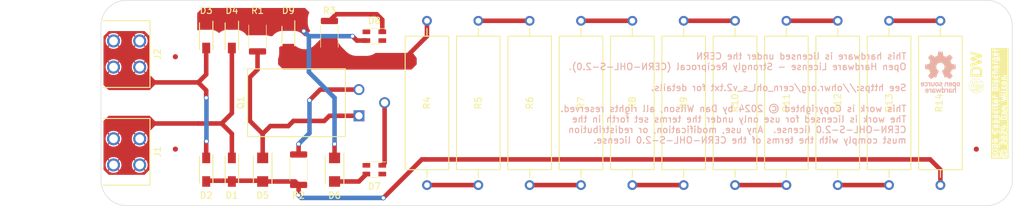
<source format=kicad_pcb>
(kicad_pcb (version 20240108) (generator "pcbnew") (generator_version "8.0")
  (layers (0 "F.Cu" signal) (31 "B.Cu" signal) (34 "B.Paste" user) (35 "F.Paste" user) (36 "B.SilkS" user "B.Silkscreen") (37 "F.SilkS" user "F.Silkscreen") (38 "B.Mask" user) (39 "F.Mask" user) (44 "Edge.Cuts" user))
  (net 0 "")
  (net 1 "GND")
  (net 2 "Net-(R6-Pad2)")
  (net 3 "Net-(R7-Pad1)")
  (net 4 "Net-(R8-Pad2)")
  (net 5 "Net-(R10-Pad1)")
  (net 6 "Net-(R10-Pad2)")
  (net 7 "Net-(R11-Pad1)")
  (net 8 "Net-(R12-Pad2)")
  (net 9 "Net-(R13-Pad1)")
  (net 10 "/Input_B")
  (net 11 "/Vcap")
  (net 12 "/Input_R")
  (net 13 "/IGBTg")
  (net 14 "/LED30A")
  (net 15 "/IGBTc")
  (net 16 "/LEDdischK")
  (net 17 "/Vcapdisch")
  (net 18 "/IGBTe")
  (net 19 "Net-(R4-Pad2)")
  (net 20 "Net-(R5-Pad1)")
  (footprint "DW_Optoelectronics:[D] Wurth Elektronik 150141SS66140" (layer "F.Cu") (at 121.75 108 -90)
    (property "Reference" "D7" (at 3.25 0 0) (layer "F.SilkS") (effects (font (size 1.27 1.27) (thickness 0.2))))
    (property "Value" "150141SS66140")
    (pad "1" smd roundrect (at -0.85 1.55 270) (size 0.9 1.5) (layers "F.Cu" "F.Paste" "F.Mask") (roundrect_rratio 0.1))
    (pad "2" smd roundrect (at -0.85 -1.55 270) (size 0.9 1.5) (layers "F.Cu" "F.Paste" "F.Mask") (roundrect_rratio 0.1) (net 15 "/IGBTc"))
    (pad "3" smd roundrect (at 0.85 -1.55 270) (size 0.9 1.5) (layers "F.Cu" "F.Paste" "F.Mask") (roundrect_rratio 0.1))
    (pad "4" smd roundrect (at 0.85 1.55 270) (size 0.9 1.5) (layers "F.Cu" "F.Paste" "F.Mask") (roundrect_rratio 0.1) (net 14 "/LED30A"))
  )
  (footprint "MountingHole:MountingHole_3.2mm_M3" (layer "F.Cu") (at 83 110)
    (property "Reference" "H2" (hide yes))
    (property "Value" "MountingHole")
    (pad "" np_thru_hole circle (at 0 0) (size 3.2 3.2) (drill 3.2) (layers "F&B.Cu" "*.Mask" "F.Paste"))
  )
  (footprint "DW_Connectors:[J] CalTestElec CT3151SP-X" (layer "F.Cu") (at 73.5 104.525)
    (property "Reference" "J1" (at 6 -0.025 90) (layer "F.SilkS") (effects (font (size 1.27 1.27) (thickness 0.2) (bold yes))))
    (property "Value" "Banana Jack Shr 4mm")
    (pad "1" thru_hole circle (at -2.55 -2.55) (size 2.55 2.55) (drill 1.7) (layers "*.Cu" "*.Mask") (net 10 "/Input_B"))
    (pad "1" thru_hole circle (at -2.55 2.55) (size 2.55 2.55) (drill 1.7) (layers "*.Cu" "*.Mask") (net 10 "/Input_B"))
    (pad "1" thru_hole circle (at 2.55 -2.55) (size 2.55 2.55) (drill 1.7) (layers "*.Cu" "*.Mask") (net 10 "/Input_B"))
    (pad "1" thru_hole circle (at 2.55 2.55) (size 2.55 2.55) (drill 1.7) (layers "*.Cu" "*.Mask") (net 10 "/Input_B"))
  )
  (footprint "DW_Semiconductors:[Q] Infineon IKP20N60T IGBT with ATS-PCB1069 Heat Sink" (layer "F.Cu") (at 118.75 97.5 90)
    (property "Reference" "Q1" (at 2.55 -23 90) (layer "F.SilkS") (effects (font (size 1.27 1.27) (thickness 0.2))))
    (property "Value" "600V 20A" (hide yes))
    (pad "" np_thru_hole circle (at 2.55 -16 90) (size 3.8 3.8) (drill 3.8) (layers "F&B.Cu" "*.Mask"))
    (pad "1" thru_hole rect (at 0 0 90) (size 2.13 2.13) (drill 1.42) (layers "*.Cu" "*.Mask") (net 13 "/IGBTg"))
    (pad "2" thru_hole circle (at 2.55 5 90) (size 2.13 2.13) (drill 1.42) (layers "*.Cu" "*.Mask") (net 15 "/IGBTc"))
    (pad "3" thru_hole circle (at 5.1 0 90) (size 2.13 2.13) (drill 1.42) (layers "*.Cu" "*.Mask") (net 18 "/IGBTe"))
  )
  (footprint "DW_Mechanical:Fiducial_1mm_Mask3mm" (layer "F.Cu") (at 83 86)
    (property "Reference" "FID2" (hide yes))
    (property "Value" "Fiducial_1mm_Mask3mm")
    (pad "" smd circle (at 0 0) (size 1 1) (layers "F.Cu" "F.Mask") (clearance 1))
  )
  (footprint "DW_Passives:[R] TE Connectivity MO Res 5W" (layer "F.Cu") (at 202 79 -90)
    (property "Reference" "R11" (at 16 0 90) (layer "F.SilkS") (effects (font (size 1.27 1.27) (thickness 0.2))))
    (property "Value" "330 5W MO" (hide yes))
    (pad "1" thru_hole circle (at 0 0 270) (size 1.9 1.9) (drill 1.1) (layers "*.Cu" "*.Mask") (net 7 "Net-(R11-Pad1)"))
    (pad "2" thru_hole circle (at 32 0 270) (size 1.9 1.9) (drill 1.1) (layers "*.Cu" "*.Mask") (net 6 "Net-(R10-Pad2)"))
  )
  (footprint "DW_Passives:[R] TE Connectivity MO Res 5W" (layer "F.Cu") (at 132 79 -90)
    (property "Reference" "R4" (at 16 0 90) (layer "F.SilkS") (effects (font (size 1.27 1.27) (thickness 0.2))))
    (property "Value" "330 5W MO" (hide yes))
    (pad "1" thru_hole circle (at 0 0 270) (size 1.9 1.9) (drill 1.1) (layers "*.Cu" "*.Mask") (net 17 "/Vcapdisch"))
    (pad "2" thru_hole circle (at 32 0 270) (size 1.9 1.9) (drill 1.1) (layers "*.Cu" "*.Mask") (net 19 "Net-(R4-Pad2)"))
  )
  (footprint "MountingHole:MountingHole_3.2mm_M3" (layer "F.Cu") (at 241 80)
    (property "Reference" "H3" (hide yes))
    (property "Value" "MountingHole")
    (pad "" np_thru_hole circle (at 0 0) (size 3.2 3.2) (drill 3.2) (layers "F&B.Cu" "*.Mask" "F.Paste"))
  )
  (footprint "MountingHole:MountingHole_3.2mm_M3" (layer "F.Cu") (at 83 80)
    (property "Reference" "H1" (hide yes))
    (property "Value" "MountingHole")
    (pad "" np_thru_hole circle (at 0 0) (size 3.2 3.2) (drill 3.2) (layers "F&B.Cu" "*.Mask"))
  )
  (footprint "DW_Semiconductors:[D] Diodes Inc S1M-F" (layer "F.Cu") (at 89 108 -90)
    (property "Reference" "D2" (at 5 0 180) (layer "F.SilkS") (effects (font (size 1.27 1.27) (thickness 0.2))))
    (property "Value" "S1M-13-F" (hide yes))
    (pad "1" smd rect (at -2.2975 0) (size 1.55 2.055) (layers "F.Cu" "F.Paste" "F.Mask") (net 12 "/Input_R"))
    (pad "2" smd rect (at 2.2975 0) (size 1.55 2.055) (layers "F.Cu" "F.Paste" "F.Mask") (net 1 "GND"))
  )
  (footprint "DW_Semiconductors:[D] OnSemi Zener DIOM5436X247N" (layer "F.Cu") (at 100 108 -90)
    (property "Reference" "D5" (at 5 0 0) (layer "F.SilkS") (effects (font (size 1.27 1.27) (thickness 0.2))))
    (property "Value" "1SMB5929BT3G" (hide yes))
    (pad "1" smd rect (at -2.2975 0) (size 2.15 2.055) (layers "F.Cu" "F.Paste" "F.Mask") (net 13 "/IGBTg"))
    (pad "2" smd rect (at 2.2975 0) (size 2.15 2.055) (layers "F.Cu" "F.Paste" "F.Mask") (net 1 "GND"))
  )
  (footprint "DW_Mechanical:DW_PCB_Logo" (layer "F.Cu") (at 239 89 90)
    (property "Reference" "P1" (hide yes))
    (property "Value" "DW_PCB_Logo" (hide yes))
  )
  (footprint "DW_Passives:[R] TE Connectivity MO Res 5W" (layer "F.Cu") (at 232 79 -90)
    (property "Reference" "R14" (at 16 0.24 90) (layer "F.SilkS") (effects (font (size 1.27 1.27) (thickness 0.2))))
    (property "Value" "330 5W MO" (hide yes))
    (pad "1" thru_hole circle (at 0 0 270) (size 1.9 1.9) (drill 1.1) (layers "*.Cu" "*.Mask") (net 9 "Net-(R13-Pad1)"))
    (pad "2" thru_hole circle (at 32 0 270) (size 1.9 1.9) (drill 1.1) (layers "*.Cu" "*.Mask") (net 1 "GND"))
  )
  (footprint "DW_Semiconductors:[D] Nexperia TVS UniDir PMEG3050EP115" (layer "F.Cu") (at 105 82 -90)
    (property "Reference" "D9" (at -5 0 180) (layer "F.SilkS") (effects (font (size 1.27 1.27) (thickness 0.2))))
    (property "Value" "5.8V TVS 600W" (hide yes))
    (pad "1" smd rect (at -2.2 0 270) (size 1.4 2.1) (layers "F.Cu" "F.Paste" "F.Mask") (net 11 "/Vcap"))
    (pad "2" smd rect (at 2.2 0 270) (size 1.4 2.1) (layers "F.Cu" "F.Paste" "F.Mask") (net 17 "/Vcapdisch"))
  )
  (footprint "DW_Semiconductors:[D] Diodes Inc S1M-F" (layer "F.Cu") (at 94 82 -90)
    (property "Reference" "D4" (at -5 0 180) (layer "F.SilkS") (effects (font (size 1.27 1.27) (thickness 0.2))))
    (property "Value" "S1M-13-F" (hide yes))
    (pad "1" smd rect (at -2.2975 0) (size 1.55 2.055) (layers "F.Cu" "F.Paste" "F.Mask") (net 11 "/Vcap"))
    (pad "2" smd rect (at 2.2975 0) (size 1.55 2.055) (layers "F.Cu" "F.Paste" "F.Mask") (net 10 "/Input_B"))
  )
  (footprint "DW_Passives:[R] TE Connectivity MO Res 5W" (layer "F.Cu") (at 172 79 -90)
    (property "Reference" "R8" (at 16 0 90) (layer "F.SilkS") (effects (font (size 1.27 1.27) (thickness 0.2))))
    (property "Value" "330 5W MO" (hide yes))
    (pad "1" thru_hole circle (at 0 0 270) (size 1.9 1.9) (drill 1.1) (layers "*.Cu" "*.Mask") (net 3 "Net-(R7-Pad1)"))
    (pad "2" thru_hole circle (at 32 0 270) (size 1.9 1.9) (drill 1.1) (layers "*.Cu" "*.Mask") (net 4 "Net-(R8-Pad2)"))
  )
  (footprint "DW_Passives:[R] TE Connectivity MO Res 5W" (layer "F.Cu") (at 192 79 -90)
    (property "Reference" "R10" (at 16 0 90) (layer "F.SilkS") (effects (font (size 1.27 1.27) (thickness 0.2))))
    (property "Value" "330 5W MO" (hide yes))
    (pad "1" thru_hole circle (at 0 0 270) (size 1.9 1.9) (drill 1.1) (layers "*.Cu" "*.Mask") (net 5 "Net-(R10-Pad1)"))
    (pad "2" thru_hole circle (at 32 0 270) (size 1.9 1.9) (drill 1.1) (layers "*.Cu" "*.Mask") (net 6 "Net-(R10-Pad2)"))
  )
  (footprint "Resistor_SMD:R_2512_6332Metric" (layer "F.Cu") (at 113 82 90)
    (property "Reference" "R3" (at 5 0 180) (layer "F.SilkS") (effects (font (size 1.27 1.27) (thickness 0.2))))
    (property "Value" "1K2 2W")
    (pad "1" smd roundrect (at -2.9625 0 90) (size 1.225 3.35) (layers "F.Cu" "F.Paste" "F.Mask") (roundrect_rratio 0.204082) (net 17 "/Vcapdisch"))
    (pad "2" smd roundrect (at 2.9625 0 90) (size 1.225 3.35) (layers "F.Cu" "F.Paste" "F.Mask") (roundrect_rratio 0.204082) (net 16 "/LEDdischK"))
  )
  (footprint "DW_Mechanical:Fiducial_1mm_Mask3mm" (layer "F.Cu") (at 239 104)
    (property "Reference" "FID3" (hide yes))
    (property "Value" "Fiducial_1mm_Mask3mm")
    (pad "" smd circle (at 0 0) (size 1 1) (layers "F.Cu" "F.Mask") (clearance 1))
  )
  (footprint "DW_Passives:[R] TE Connectivity MO Res 5W" (layer "F.Cu") (at 152 79 -90)
    (property "Reference" "R6" (at 16 0 90) (layer "F.SilkS") (effects (font (size 1.27 1.27) (thickness 0.2))))
    (property "Value" "330 5W MO" (hide yes))
    (pad "1" thru_hole circle (at 0 0 270) (size 1.9 1.9) (drill 1.1) (layers "*.Cu" "*.Mask") (net 20 "Net-(R5-Pad1)"))
    (pad "2" thru_hole circle (at 32 0 270) (size 1.9 1.9) (drill 1.1) (layers "*.Cu" "*.Mask") (net 2 "Net-(R6-Pad2)"))
  )
  (footprint "DW_Passives:[R] TE Connectivity MO Res 5W" (layer "F.Cu") (at 222 79 -90)
    (property "Reference" "R13" (at 16 0 90) (layer "F.SilkS") (effects (font (size 1.27 1.27) (thickness 0.2))))
    (property "Value" "330 5W MO" (hide yes))
    (pad "1" thru_hole circle (at 0 0 270) (size 1.9 1.9) (drill 1.1) (layers "*.Cu" "*.Mask") (net 9 "Net-(R13-Pad1)"))
    (pad "2" thru_hole circle (at 32 0 270) (size 1.9 1.9) (drill 1.1) (layers "*.Cu" "*.Mask") (net 8 "Net-(R12-Pad2)"))
  )
  (footprint "DW_Passives:[R] TE Connectivity MO Res 5W" (layer "F.Cu") (at 162 79 -90)
    (property "Reference" "R7" (at 16 0 90) (layer "F.SilkS") (effects (font (size 1.27 1.27) (thickness 0.2))))
    (property "Value" "330 5W MO" (hide yes))
    (pad "1" thru_hole circle (at 0 0 270) (size 1.9 1.9) (drill 1.1) (layers "*.Cu" "*.Mask") (net 3 "Net-(R7-Pad1)"))
    (pad "2" thru_hole circle (at 32 0 270) (size 1.9 1.9) (drill 1.1) (layers "*.Cu" "*.Mask") (net 2 "Net-(R6-Pad2)"))
  )
  (footprint "Resistor_SMD:R_2512_6332Metric" (layer "F.Cu") (at 99 82 -90)
    (property "Reference" "R1" (at -5 0 180) (layer "F.SilkS") (effects (font (size 1.27 1.27) (thickness 0.2))))
    (property "Value" "150K 2W")
    (pad "1" smd roundrect (at -2.9625 0 270) (size 1.225 3.35) (layers "F.Cu" "F.Paste" "F.Mask") (roundrect_rratio 0.204082) (net 11 "/Vcap"))
    (pad "2" smd roundrect (at 2.9625 0 270) (size 1.225 3.35) (layers "F.Cu" "F.Paste" "F.Mask") (roundrect_rratio 0.204082) (net 13 "/IGBTg"))
  )
  (footprint "DW_Connectors:[J] CalTestElec CT3151SP-X" (layer "F.Cu") (at 73.5 85.475)
    (property "Reference" "J2" (at 6 0.025 90) (layer "F.SilkS") (effects (font (size 1.27 1.27) (thickness 0.2) (bold yes))))
    (property "Value" "Banana Jack Shr 4mm")
    (pad "1" thru_hole circle (at -2.55 -2.55) (size 2.55 2.55) (drill 1.7) (layers "*.Cu" "*.Mask") (net 12 "/Input_R"))
    (pad "1" thru_hole circle (at -2.55 2.55) (size 2.55 2.55) (drill 1.7) (layers "*.Cu" "*.Mask") (net 12 "/Input_R"))
    (pad "1" thru_hole circle (at 2.55 -2.55) (size 2.55 2.55) (drill 1.7) (layers "*.Cu" "*.Mask") (net 12 "/Input_R"))
    (pad "1" thru_hole circle (at 2.55 2.55) (size 2.55 2.55) (drill 1.7) (layers "*.Cu" "*.Mask") (net 12 "/Input_R"))
  )
  (footprint "Resistor_SMD:R_2512_6332Metric" (layer "F.Cu") (at 107 108 -90)
    (property "Reference" "R2" (at 5 0 180) (layer "F.SilkS") (effects (font (size 1.27 1.27) (thickness 0.2))))
    (property "Value" "4K7 2W")
    (pad "1" smd roundrect (at -2.9625 0 270) (size 1.225 3.35) (layers "F.Cu" "F.Paste" "F.Mask") (roundrect_rratio 0.204082) (net 18 "/IGBTe"))
    (pad "2" smd roundrect (at 2.9625 0 270) (size 1.225 3.35) (layers "F.Cu" "F.Paste" "F.Mask") (roundrect_rratio 0.204082) (net 1 "GND"))
  )
  (footprint "DW_Passives:[R] TE Connectivity MO Res 5W" (layer "F.Cu") (at 142 79 -90)
    (property "Reference" "R5" (at 16 0 -90) (layer "F.SilkS") (effects (font (size 1.27 1.27) (thickness 0.2))))
    (property "Value" "330 5W MO" (hide yes))
    (pad "1" thru_hole circle (at 0 0 270) (size 1.9 1.9) (drill 1.1) (layers "*.Cu" "*.Mask") (net 20 "Net-(R5-Pad1)"))
    (pad "2" thru_hole circle (at 32 0 270) (size 1.9 1.9) (drill 1.1) (layers "*.Cu" "*.Mask") (net 19 "Net-(R4-Pad2)"))
  )
  (footprint "MountingHole:MountingHole_3.2mm_M3" (layer "F.Cu") (at 241 110)
    (property "Reference" "H4" (hide yes))
    (property "Value" "MountingHole")
    (pad "" np_thru_hole circle (at 0 0) (size 3.2 3.2) (drill 3.2) (layers "*.Cu" "*.Mask"))
  )
  (footprint "DW_Semiconductors:[D] Diodes Inc S1M-F" (layer "F.Cu") (at 94 108 -90)
    (property "Reference" "D1" (at 5 0 180) (layer "F.SilkS") (effects (font (size 1.27 1.27) (thickness 0.2))))
    (property "Value" "S1M-13-F" (hide yes))
    (pad "1" smd rect (at -2.2975 0) (size 1.55 2.055) (layers "F.Cu" "F.Paste" "F.Mask") (net 10 "/Input_B"))
    (pad "2" smd rect (at 2.2975 0) (size 1.55 2.055) (layers "F.Cu" "F.Paste" "F.Mask") (net 1 "GND"))
  )
  (footprint "DW_Optoelectronics:[D] Wurth Elektronik 150141SS66140" (layer "F.Cu") (at 121.75 82 -90)
    (property "Reference" "D8" (at -3 0 0) (layer "F.SilkS") (effects (font (size 1.27 1.27) (thickness 0.2))))
    (property "Value" "150141YS66140")
    (pad "1" smd roundrect (at -0.85 1.55 270) (size 0.9 1.5) (layers "F.Cu" "F.Paste" "F.Mask") (roundrect_rratio 0.1))
    (pad "2" smd roundrect (at -0.85 -1.55 270) (size 0.9 1.5) (layers "F.Cu" "F.Paste" "F.Mask") (roundrect_rratio 0.1) (net 16 "/LEDdischK"))
    (pad "3" smd roundrect (at 0.85 -1.55 270) (size 0.9 1.5) (layers "F.Cu" "F.Paste" "F.Mask") (roundrect_rratio 0.1))
    (pad "4" smd roundrect (at 0.85 1.55 270) (size 0.9 1.5) (layers "F.Cu" "F.Paste" "F.Mask") (roundrect_rratio 0.1) (net 11 "/Vcap"))
  )
  (footprint "DW_Mechanical:Fiducial_1mm_Mask3mm" (layer "F.Cu") (at 83 104)
    (property "Reference" "FID1" (hide yes))
    (property "Value" "Fiducial_1mm_Mask3mm")
    (pad "" smd circle (at 0 0) (size 1 1) (layers "F.Cu" "F.Mask") (clearance 1))
  )
  (footprint "DW_Passives:[R] TE Connectivity MO Res 5W" (layer "F.Cu") (at 182 79 -90)
    (property "Reference" "R9" (at 16 0 90) (layer "F.SilkS") (effects (font (size 1.27 1.27) (thickness 0.2))))
    (property "Value" "330 5W MO" (hide yes))
    (pad "1" thru_hole circle (at 0 0 270) (size 1.9 1.9) (drill 1.1) (layers "*.Cu" "*.Mask") (net 5 "Net-(R10-Pad1)"))
    (pad "2" thru_hole circle (at 32 0 270) (size 1.9 1.9) (drill 1.1) (layers "*.Cu" "*.Mask") (net 4 "Net-(R8-Pad2)"))
  )
  (footprint "DW_Semiconductors:[D] OnSemi Zener DIOM5436X247N" (layer "F.Cu") (at 114 108 -90)
    (property "Reference" "D6" (at 5 0 0) (layer "F.SilkS") (effects (font (size 1.27 1.27) (thickness 0.2))))
    (property "Value" "1SMB5936BT3G" (hide yes))
    (pad "1" smd rect (at -2.2975 0) (size 2.15 2.055) (layers "F.Cu" "F.Paste" "F.Mask") (net 11 "/Vcap"))
    (pad "2" smd rect (at 2.2975 0) (size 2.15 2.055) (layers "F.Cu" "F.Paste" "F.Mask") (net 14 "/LED30A"))
  )
  (footprint "DW_Semiconductors:[D] Diodes Inc S1M-F" (layer "F.Cu") (at 89 82 -90)
    (property "Reference" "D3" (at -5 0 0) (layer "F.SilkS") (effects (font (size 1.27 1.27) (thickness 0.2))))
    (property "Value" "S1M-13-F" (hide yes))
    (pad "1" smd rect (at -2.2975 0) (size 1.55 2.055) (layers "F.Cu" "F.Paste" "F.Mask") (net 11 "/Vcap"))
    (pad "2" smd rect (at 2.2975 0) (size 1.55 2.055) (layers "F.Cu" "F.Paste" "F.Mask") (net 12 "/Input_R"))
  )
  (footprint "DW_Passives:[R] TE Connectivity MO Res 5W" (layer "F.Cu") (at 212 79 -90)
    (property "Reference" "R12" (at 16 0 90) (layer "F.SilkS") (effects (font (size 1.27 1.27) (thickness 0.2))))
    (property "Value" "330 5W MO" (hide yes))
    (pad "1" thru_hole circle (at 0 0 270) (size 1.9 1.9) (drill 1.1) (layers "*.Cu" "*.Mask") (net 7 "Net-(R11-Pad1)"))
    (pad "2" thru_hole circle (at 32 0 270) (size 1.9 1.9) (drill 1.1) (layers "*.Cu" "*.Mask") (net 8 "Net-(R12-Pad2)"))
  )
  (footprint "DW_Mechanical:OSHW_Logo" (layer "B.Cu") (at 232 89 180)
    (property "Reference" "G1" (hide yes))
    (property "Value" "OSHW_Logo" (hide yes))
  )
  (gr_arc (start 73.5 115) (mid 69.964466 113.535534) (end 68.5 110) (stroke (width 0.1)) (layer "Edge.Cuts"))
  (gr_arc (start 241 75) (mid 244.535534 76.464466) (end 246 80) (stroke (width 0.1)) (layer "Edge.Cuts"))
  (gr_line (start 73.5 75) (end 241 75) (stroke (width 0.1)) (layer "Edge.Cuts"))
  (gr_line (start 68.5 80) (end 68.5 110) (stroke (width 0.1)) (layer "Edge.Cuts"))
  (gr_line (start 246 80) (end 246 110) (stroke (width 0.1)) (layer "Edge.Cuts"))
  (gr_arc (start 68.5 80) (mid 69.964466 76.464466) (end 73.5 75) (stroke (width 0.1)) (layer "Edge.Cuts"))
  (gr_arc (start 246 110) (mid 244.535534 113.535534) (end 241 115) (stroke (width 0.1)) (layer "Edge.Cuts"))
  (gr_line (start 241 115) (end 73.5 115) (stroke (width 0.1)) (layer "Edge.Cuts"))
  (gr_text "This hardware is licensed under the CERN\nOpen Hardware License - Strongly Reciprocal (CERN-OHL-S-2.0).\n\nSee https://ohwr.org/cern_ohl_s_v2.txt for details.\n\nThis work is Copyrighted © 2024 by Dan Wilson, all rights reserved.\nThe work is licensed for use only under the terms set forth in the\nCERN-OHL-S-2.0 license.  Any use, modification, or redistribution\nmust comply with the terms of the CERN-OHL-S-2.0 license." (at 225.5 103 0) (layer "B.SilkS") (effects (font (size 1.27 1.27) (thickness 0.2)) (justify left bottom mirror)))
  (gr_text "1024 Capacitor Discharger\n© 2024 Dan Wilson" (at 245 106 90) (layer "F.SilkS" knockout) (effects (font (size 1.05 1.05) (thickness 0.2)) (justify left bottom)))
  (segment (start 232 111) (end 232 108) (width 0.889) (layer "F.Cu") (net 1))
  (segment (start 107 113) (end 107 110.9625) (width 0.889) (layer "F.Cu") (net 1))
  (segment (start 89 110.15) (end 94 110.15) (width 0.889) (layer "F.Cu") (net 1))
  (segment (start 230 106) (end 131.718619 106) (width 0.889) (layer "F.Cu") (net 1))
  (segment (start 131.718619 106) (end 131 106) (width 0.889) (layer "F.Cu") (net 1))
  (segment (start 131 106) (end 123.5 113.5) (width 0.889) (layer "F.Cu") (net 1))
  (segment (start 232 108) (end 230 106) (width 0.889) (layer "F.Cu") (net 1))
  (segment (start 106.335 110.2975) (end 107 110.9625) (width 0.889) (layer "F.Cu") (net 1))
  (segment (start 94 110.15) (end 99.8525 110.15) (width 0.889) (layer "F.Cu") (net 1))
  (segment (start 99.8525 110.15) (end 100 110.2975) (width 0.889) (layer "F.Cu") (net 1))
  (segment (start 100 110.2975) (end 106.335 110.2975) (width 0.889) (layer "F.Cu") (net 1))
  (via (at 107 113) (size 0.889) (drill 0.635) (layers "F.Cu" "B.Cu") (net 1))
  (via (at 123.5 113.5) (size 0.889) (drill 0.635) (layers "F.Cu" "B.Cu") (net 1))
  (segment (start 107.5 113.5) (end 107 113) (width 0.889) (layer "B.Cu") (net 1))
  (segment (start 123.5 113.5) (end 107.5 113.5) (width 0.889) (layer "B.Cu") (net 1))
  (segment (start 152 111) (end 162 111) (width 0.889) (layer "F.Cu") (net 2))
  (segment (start 162 79) (end 172 79) (width 0.889) (layer "F.Cu") (net 3))
  (segment (start 172 111) (end 182 111) (width 0.889) (layer "F.Cu") (net 4))
  (segment (start 182 79) (end 192 79) (width 0.889) (layer "F.Cu") (net 5))
  (segment (start 192 111) (end 202 111) (width 0.889) (layer "F.Cu") (net 6))
  (segment (start 202 79) (end 212 79) (width 0.889) (layer "F.Cu") (net 7))
  (segment (start 212 111) (end 222 111) (width 0.889) (layer "F.Cu") (net 8))
  (segment (start 222 79) (end 232 79) (width 0.889) (layer "F.Cu") (net 9))
  (segment (start 87.451299 99) (end 92 99) (width 0.889) (layer "F.Cu") (net 10))
  (segment (start 94 105.85) (end 94 101) (width 0.889) (layer "F.Cu") (net 10))
  (segment (start 94 101) (end 92 99) (width 0.889) (layer "F.Cu") (net 10))
  (segment (start 94 97) (end 94 84.15) (width 0.889) (layer "F.Cu") (net 10))
  (segment (start 92 99) (end 94 97) (width 0.889) (layer "F.Cu") (net 10))
  (segment (start 87.451299 99) (end 78.5 99) (width 0.889) (layer "F.Cu") (net 10))
  (segment (start 105 79.8) (end 106.8 79.8) (width 0.889) (layer "F.Cu") (net 11))
  (segment (start 114 103) (end 114 105.7025) (width 0.889) (layer "F.Cu") (net 11))
  (segment (start 106.8 79.8) (end 108 81) (width 0.889) (layer "F.Cu") (net 11))
  (segment (start 118.35 82.85) (end 120.2 82.85) (width 0.889) (layer "F.Cu") (net 11))
  (segment (start 117.5 82) (end 118.35 82.85) (width 0.889) (layer "F.Cu") (net 11))
  (via (at 108 81) (size 0.889) (drill 0.635) (layers "F.Cu" "B.Cu") (net 11))
  (via (at 114 103) (size 0.889) (drill 0.635) (layers "F.Cu" "B.Cu") (net 11))
  (via (at 117.5 82) (size 0.889) (drill 0.635) (layers "F.Cu" "B.Cu") (net 11))
  (segment (start 108 81) (end 109 82) (width 0.889) (layer "B.Cu") (net 11))
  (segment (start 114 94) (end 114 103) (width 0.889) (layer "B.Cu") (net 11))
  (segment (start 114 94) (end 109 89) (width 0.889) (layer "B.Cu") (net 11))
  (segment (start 109 89) (end 109 82) (width 0.889) (layer "B.Cu") (net 11))
  (segment (start 109 82) (end 117.5 82) (width 0.889) (layer "B.Cu") (net 11))
  (segment (start 89 84.15) (end 89 89.451299) (width 0.889) (layer "F.Cu") (net 12))
  (segment (start 87.451299 91) (end 78.5 91) (width 0.889) (layer "F.Cu") (net 12))
  (segment (start 89 94) (end 89 92.548701) (width 0.889) (layer "F.Cu") (net 12))
  (segment (start 89 102.511647) (end 89.046991 102.464656) (width 0.889) (layer "F.Cu") (net 12))
  (segment (start 89 89.451299) (end 87.451299 91) (width 0.889) (layer "F.Cu") (net 12))
  (segment (start 89 105.85) (end 89 102.511647) (width 0.889) (layer "F.Cu") (net 12))
  (segment (start 89 92.548701) (end 87.451299 91) (width 0.889) (layer "F.Cu") (net 12))
  (via (at 89.046991 102.464656) (size 0.889) (drill 0.635) (layers "F.Cu" "B.Cu") (net 12))
  (via (at 89 94) (size 0.889) (drill 0.635) (layers "F.Cu" "B.Cu") (net 12))
  (segment (start 89.046991 102.464656) (end 89.046991 94.046991) (width 0.889) (layer "B.Cu") (net 12))
  (segment (start 89.046991 94.046991) (end 89 94) (width 0.889) (layer "B.Cu") (net 12))
  (segment (start 100 101) (end 101.5 99.5) (width 0.889) (layer "F.Cu") (net 13))
  (segment (start 101.5 99.5) (end 105 99.5) (width 0.889) (layer "F.Cu") (net 13))
  (segment (start 97.5 98.5) (end 97.5 90) (width 0.889) (layer "F.Cu") (net 13))
  (segment (start 113 97.5) (end 118.75 97.5) (width 0.889) (layer "F.Cu") (net 13))
  (segment (start 100 105.7025) (end 100 101) (width 0.889) (layer "F.Cu") (net 13))
  (segment (start 112 98.5) (end 113 97.5) (width 0.889) (layer "F.Cu") (net 13))
  (segment (start 106 98.5) (end 112 98.5) (width 0.889) (layer "F.Cu") (net 13))
  (segment (start 105 99.5) (end 106 98.5) (width 0.889) (layer "F.Cu") (net 13))
  (segment (start 97.5 90) (end 99 88.5) (width 0.889) (layer "F.Cu") (net 13))
  (segment (start 100 101) (end 97.5 98.5) (width 0.889) (layer "F.Cu") (net 13))
  (segment (start 99 88.5) (end 99 84.9625) (width 0.889) (layer "F.Cu") (net 13))
  (segment (start 114 110.2975) (end 118.7525 110.2975) (width 0.889) (layer "F.Cu") (net 14))
  (segment (start 118.7525 110.2975) (end 120.2 108.85) (width 0.889) (layer "F.Cu") (net 14))
  (segment (start 123.75 106.7) (end 123.75 94.95) (width 0.889) (layer "F.Cu") (net 15))
  (segment (start 123.3 107.15) (end 123.75 106.7) (width 0.889) (layer "F.Cu") (net 15))
  (segment (start 114.3165 77.721) (end 122.221 77.721) (width 0.889) (layer "F.Cu") (net 16))
  (segment (start 113 79.0375) (end 114.3165 77.721) (width 0.889) (layer "F.Cu") (net 16))
  (segment (start 122.221 77.721) (end 123.3 78.8) (width 0.889) (layer "F.Cu") (net 16))
  (segment (start 123.3 78.8) (end 123.3 81.15) (width 0.889) (layer "F.Cu") (net 16))
  (segment (start 132 82) (end 128 86) (width 0.889) (layer "F.Cu") (net 17))
  (segment (start 132 79) (end 132 82) (width 0.889) (layer "F.Cu") (net 17))
  (segment (start 107 105.0375) (end 107 103) (width 0.889) (layer "F.Cu") (net 18))
  (segment (start 118.75 92.4) (end 111.208411 92.4) (width 0.889) (layer "F.Cu") (net 18))
  (segment (start 111.208411 92.4) (end 109.117243 94.491168) (width 0.889) (layer "F.Cu") (net 18))
  (via (at 109.117243 94.491168) (size 0.889) (drill 0.635) (layers "F.Cu" "B.Cu") (net 18))
  (via (at 107 103) (size 0.889) (drill 0.635) (layers "F.Cu" "B.Cu") (net 18))
  (segment (start 109.117243 94.491168) (end 109.117243 100.882757) (width 0.889) (layer "B.Cu") (net 18))
  (segment (start 109.117243 100.882757) (end 107 103) (width 0.889) (layer "B.Cu") (net 18))
  (segment (start 132 111) (end 142 111) (width 0.889) (layer "F.Cu") (net 19))
  (segment (start 142 79) (end 152 79) (width 0.889) (layer "F.Cu") (net 20))
  (zone (net 10) (net_name "/Input_B") (layer "F.Cu") (name "Zn_Input_B") (priority 3) (connect_pads (clearance 2.54)) (min_thickness 0.25) (fill yes (thermal_gap 0.254) (thermal_bridge_width 0.254))
    (polygon (pts (xy 70 109) (xy 69 108) (xy 69 98.5) (xy 70 97.5) (xy 77 97.5) (xy 78 97.5) (xy 79 98.5) (xy 79 99.5) (xy 78 100.5) (xy 78 108) (xy 77 109)))
  )
  (zone (net 12) (net_name "/Input_R") (layer "F.Cu") (name "Zn_Input_R") (priority 2) (connect_pads (clearance 2.54)) (min_thickness 0.25) (fill yes (thermal_gap 0.254) (thermal_bridge_width 0.254))
    (polygon (pts (xy 69 82) (xy 70 81) (xy 77 81) (xy 78 82) (xy 78 89.5) (xy 79 90.5) (xy 79 91.5) (xy 78 92.5) (xy 70 92.5) (xy 69 91.5)))
  )
  (zone (net 11) (net_name "/Vcap") (layer "F.Cu") (name "Zn_D9Therm_1") (priority 1) (connect_pads thru_hole_only (clearance 2.54)) (min_thickness 0.254) (fill yes (thermal_gap 0.635) (thermal_bridge_width 0.254))
    (polygon (pts (xy 88.25 82) (xy 108.25 82) (xy 109.25 81) (xy 109.25 77.5) (xy 108.25 76.5) (xy 88.25 76.5) (xy 87.25 77.5) (xy 87.25 81)))
  )
  (zone (net 17) (net_name "/Vcapdisch") (layer "F.Cu") (name "Zn_D9Therm_2") (connect_pads thru_hole_only (clearance 2.54)) (min_thickness 0.254) (fill yes (thermal_gap 0.635) (thermal_bridge_width 0.254))
    (polygon (pts (xy 115 82) (xy 118.25 85.25) (xy 129.25 85.25) (xy 130 86.25) (xy 130 87.5) (xy 129 88.5) (xy 104 88.5) (xy 103 87.5) (xy 103 83) (xy 104 82)))
  )
)
</source>
